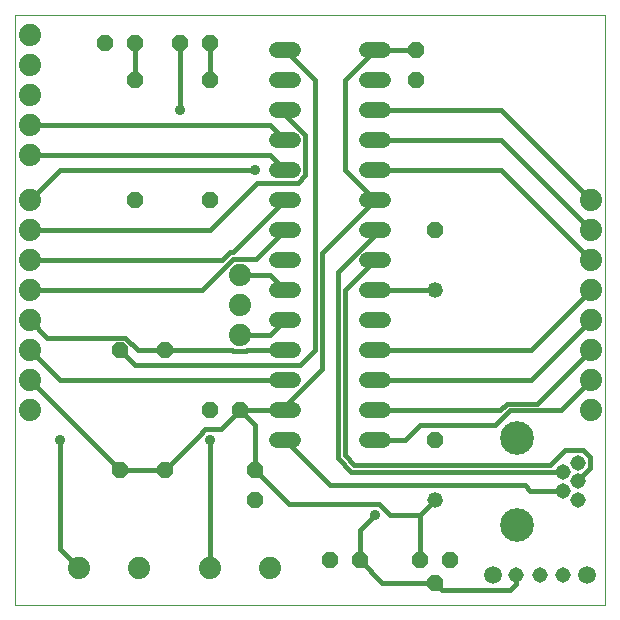
<source format=gtl>
G75*
%MOIN*%
%OFA0B0*%
%FSLAX25Y25*%
%IPPOS*%
%LPD*%
%AMOC8*
5,1,8,0,0,1.08239X$1,22.5*
%
%ADD10C,0.00000*%
%ADD11OC8,0.05200*%
%ADD12C,0.05200*%
%ADD13C,0.07400*%
%ADD14C,0.05150*%
%ADD15C,0.11220*%
%ADD16C,0.05937*%
%ADD17C,0.05200*%
%ADD18C,0.01600*%
%ADD19C,0.03562*%
D10*
X0006800Y0007548D02*
X0006800Y0204398D01*
X0203650Y0204398D01*
X0203650Y0007548D01*
X0006800Y0007548D01*
D11*
X0041800Y0052548D03*
X0056800Y0052548D03*
X0071800Y0072548D03*
X0081800Y0072548D03*
X0086800Y0052548D03*
X0086800Y0042548D03*
X0111800Y0022548D03*
X0121800Y0022548D03*
X0141800Y0022548D03*
X0146800Y0015048D03*
X0151800Y0022548D03*
X0146800Y0062548D03*
X0146800Y0132548D03*
X0140550Y0182548D03*
X0140550Y0192548D03*
X0071800Y0195048D03*
X0061800Y0195048D03*
X0071800Y0182548D03*
X0046800Y0182548D03*
X0046800Y0195048D03*
X0036800Y0195048D03*
X0046800Y0142548D03*
X0071800Y0142548D03*
X0056800Y0092548D03*
X0041800Y0092548D03*
D12*
X0094200Y0092548D02*
X0099400Y0092548D01*
X0099400Y0102548D02*
X0094200Y0102548D01*
X0094200Y0112548D02*
X0099400Y0112548D01*
X0099400Y0122548D02*
X0094200Y0122548D01*
X0094200Y0132548D02*
X0099400Y0132548D01*
X0099400Y0142548D02*
X0094200Y0142548D01*
X0094200Y0152548D02*
X0099400Y0152548D01*
X0099400Y0162548D02*
X0094200Y0162548D01*
X0094200Y0172548D02*
X0099400Y0172548D01*
X0099400Y0182548D02*
X0094200Y0182548D01*
X0094200Y0192548D02*
X0099400Y0192548D01*
X0124200Y0192548D02*
X0129400Y0192548D01*
X0129400Y0182548D02*
X0124200Y0182548D01*
X0124200Y0172548D02*
X0129400Y0172548D01*
X0129400Y0162548D02*
X0124200Y0162548D01*
X0124200Y0152548D02*
X0129400Y0152548D01*
X0129400Y0142548D02*
X0124200Y0142548D01*
X0124200Y0132548D02*
X0129400Y0132548D01*
X0129400Y0122548D02*
X0124200Y0122548D01*
X0124200Y0112548D02*
X0129400Y0112548D01*
X0129400Y0102548D02*
X0124200Y0102548D01*
X0124200Y0092548D02*
X0129400Y0092548D01*
X0129400Y0082548D02*
X0124200Y0082548D01*
X0124200Y0072548D02*
X0129400Y0072548D01*
X0129400Y0062548D02*
X0124200Y0062548D01*
X0099400Y0062548D02*
X0094200Y0062548D01*
X0094200Y0072548D02*
X0099400Y0072548D01*
X0099400Y0082548D02*
X0094200Y0082548D01*
D13*
X0081800Y0097548D03*
X0081800Y0107548D03*
X0081800Y0117548D03*
X0011800Y0112548D03*
X0011800Y0102548D03*
X0011800Y0092548D03*
X0011800Y0082548D03*
X0011800Y0072548D03*
X0011800Y0122548D03*
X0011800Y0132548D03*
X0011800Y0142548D03*
X0011800Y0157548D03*
X0011800Y0167548D03*
X0011800Y0177548D03*
X0011800Y0187548D03*
X0011800Y0197548D03*
X0028050Y0020048D03*
X0048050Y0020048D03*
X0071800Y0020048D03*
X0091800Y0020048D03*
X0198800Y0072548D03*
X0198800Y0082548D03*
X0198800Y0092548D03*
X0198800Y0102548D03*
X0198800Y0112548D03*
X0198800Y0122548D03*
X0198800Y0132548D03*
X0198800Y0142548D03*
D14*
X0194379Y0055097D03*
X0189654Y0051948D03*
X0194379Y0048798D03*
X0189654Y0045648D03*
X0194379Y0042499D03*
X0189674Y0017548D03*
X0181800Y0017548D03*
X0173926Y0017548D03*
D15*
X0174300Y0034428D03*
X0174300Y0063168D03*
D16*
X0166052Y0017548D03*
X0197548Y0017548D03*
D17*
X0146800Y0042548D03*
X0146800Y0112548D03*
D18*
X0126800Y0112548D01*
X0116800Y0112548D02*
X0126800Y0122548D01*
X0126800Y0131088D02*
X0114400Y0118688D01*
X0114400Y0056554D01*
X0119006Y0051948D01*
X0189654Y0051948D01*
X0185205Y0054348D02*
X0120000Y0054348D01*
X0116800Y0057548D01*
X0116800Y0112548D01*
X0109200Y0124948D02*
X0109200Y0086408D01*
X0096800Y0074008D01*
X0096800Y0072548D01*
X0081800Y0072548D01*
X0086800Y0067548D01*
X0086800Y0052548D01*
X0098219Y0041129D01*
X0128283Y0041129D01*
X0131864Y0037548D01*
X0141800Y0037548D01*
X0146800Y0042548D01*
X0141800Y0037548D02*
X0141800Y0022548D01*
X0146800Y0015048D02*
X0129300Y0015048D01*
X0121800Y0022548D01*
X0121800Y0032548D01*
X0126800Y0037548D01*
X0111800Y0047548D02*
X0096800Y0062548D01*
X0081800Y0072548D02*
X0075381Y0066129D01*
X0070317Y0066129D01*
X0068219Y0064031D01*
X0068219Y0063967D01*
X0056800Y0052548D01*
X0041800Y0052548D01*
X0011800Y0082548D01*
X0021800Y0082548D02*
X0011800Y0092548D01*
X0017600Y0096748D02*
X0043540Y0096748D01*
X0047740Y0092548D01*
X0056800Y0092548D01*
X0079305Y0092548D01*
X0079605Y0092248D01*
X0083995Y0092248D01*
X0084295Y0092548D01*
X0096800Y0092548D01*
X0101800Y0087548D02*
X0046800Y0087548D01*
X0041800Y0092548D01*
X0021800Y0082548D02*
X0096800Y0082548D01*
X0101800Y0087548D02*
X0106800Y0092548D01*
X0106800Y0182548D01*
X0096800Y0192548D01*
X0096800Y0172548D02*
X0096800Y0171088D01*
X0103600Y0164288D01*
X0103600Y0150808D01*
X0101140Y0148348D01*
X0087600Y0148348D01*
X0071800Y0132548D01*
X0011800Y0132548D01*
X0011800Y0122548D02*
X0075911Y0122548D01*
X0078611Y0125248D01*
X0079500Y0125248D01*
X0096800Y0142548D01*
X0096800Y0152548D02*
X0091800Y0157548D01*
X0011800Y0157548D01*
X0011800Y0167548D02*
X0091800Y0167548D01*
X0096800Y0162548D01*
X0086800Y0152548D02*
X0021800Y0152548D01*
X0011800Y0142548D01*
X0011800Y0112548D02*
X0069305Y0112548D01*
X0079605Y0122848D01*
X0087100Y0122848D01*
X0096800Y0132548D01*
X0109200Y0124948D02*
X0126800Y0142548D01*
X0116800Y0152548D01*
X0116800Y0182548D01*
X0126800Y0192548D01*
X0140550Y0192548D01*
X0126800Y0172548D02*
X0168800Y0172548D01*
X0198800Y0142548D01*
X0198800Y0132548D02*
X0168800Y0162548D01*
X0126800Y0162548D01*
X0126800Y0152548D02*
X0168800Y0152548D01*
X0198800Y0122548D01*
X0198800Y0112548D02*
X0178800Y0092548D01*
X0126800Y0092548D01*
X0126800Y0082548D02*
X0178800Y0082548D01*
X0198800Y0102548D01*
X0198800Y0092548D02*
X0181000Y0074748D01*
X0170889Y0074748D01*
X0168689Y0072548D01*
X0126800Y0072548D01*
X0126800Y0062548D02*
X0136800Y0062548D01*
X0141800Y0067548D01*
X0166800Y0067548D01*
X0171800Y0072548D01*
X0188800Y0072548D01*
X0198800Y0082548D01*
X0196108Y0059272D02*
X0190130Y0059272D01*
X0185205Y0054348D01*
X0189654Y0045648D02*
X0178700Y0045648D01*
X0176800Y0047548D01*
X0111800Y0047548D01*
X0146800Y0015048D02*
X0149300Y0012548D01*
X0171800Y0012548D01*
X0173926Y0014674D01*
X0173926Y0017548D01*
X0194379Y0048798D02*
X0194379Y0049193D01*
X0198554Y0053368D01*
X0198554Y0056827D01*
X0196108Y0059272D01*
X0126800Y0131088D02*
X0126800Y0132548D01*
X0096800Y0112548D02*
X0091800Y0117548D01*
X0081800Y0117548D01*
X0096800Y0102548D02*
X0091800Y0097548D01*
X0081800Y0097548D01*
X0071800Y0062548D02*
X0071800Y0020048D01*
X0028050Y0020048D02*
X0021800Y0026298D01*
X0021800Y0062548D01*
X0017600Y0096748D02*
X0011800Y0102548D01*
X0061800Y0172548D02*
X0061800Y0195048D01*
X0071800Y0195048D02*
X0071800Y0182548D01*
X0046800Y0182548D02*
X0046800Y0195048D01*
D19*
X0061800Y0172548D03*
X0086800Y0152548D03*
X0071800Y0062548D03*
X0021800Y0062548D03*
X0126800Y0037548D03*
M02*

</source>
